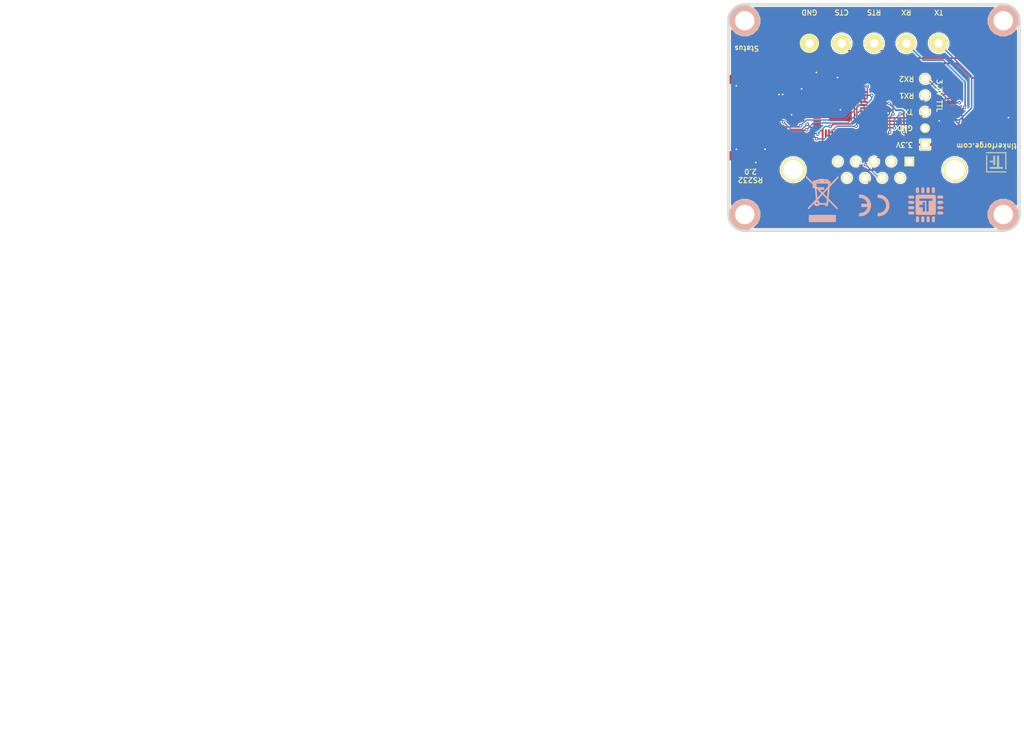
<source format=kicad_pcb>
(kicad_pcb (version 4) (host pcbnew 4.0.2+dfsg1-stable)
  (title_block (title "RS232 Bricklet 2.0") (date 2018-01-16) (rev 1.0) (company "Tinkerforge GmbH") (comment 1 "Licensed under CERN OHL v.1.1") (comment 2 "Copyright (©) 2018, L.Lauer <lukas@tinkerforge.com>"))
  (layers (0 Vorderseite signal) (31 Rückseite signal hide) (34 B.Paste user) (35 F.Paste user) (36 B.SilkS user) (37 F.SilkS user) (38 B.Mask user) (39 F.Mask user) (44 Edge.Cuts user))
  (net 0 "")
  (net 1 GND)
  (net 2 VCC)
  (net 3 "Net-(C1-Pad2)")
  (net 4 "Net-(C2-Pad2)")
  (net 5 "Net-(C7-Pad1)")
  (net 6 "Net-(C7-Pad2)")
  (net 7 "Net-(C8-Pad1)")
  (net 8 "Net-(C8-Pad2)")
  (net 9 "Net-(C10-Pad2)")
  (net 10 "Net-(C11-Pad2)")
  (net 11 "Net-(J1-Pad3)")
  (net 12 "Net-(J1-Pad4)")
  (net 13 "Net-(J1-Pad7)")
  (net 14 "Net-(J1-Pad8)")
  (net 15 "Net-(P1-Pad6)")
  (net 16 "Net-(P3-Pad5)")
  (net 17 "Net-(C5-Pad2)")
  (net 18 "Net-(D1-Pad2)")
  (net 19 "Net-(P1-Pad4)")
  (net 20 "Net-(P1-Pad5)")
  (net 21 TX)
  (net 22 RX)
  (net 23 "Net-(P4-Pad2)")
  (net 24 "Net-(R2-Pad1)")
  (net 25 S-MISO)
  (net 26 S-MOSI)
  (net 27 S-CLK)
  (net 28 S-CS)
  (net 29 nCTS)
  (net 30 nRTS)
  (net 31 "Net-(P5-Pad1)")
  (net 32 "Net-(J1-Pad2)")
  (net 33 "Net-(J1-Pad5)")
  (net 34 "Net-(J1-Pad6)")
  (net 35 "Net-(J1-Pad9)")
  (net 36 "Net-(P1-Pad1)")
  (net 37 "Net-(U1-Pad2)")
  (net 38 "Net-(U1-Pad4)")
  (net 39 "Net-(U1-Pad5)")
  (net 40 "Net-(U1-Pad6)")
  (net 41 "Net-(U1-Pad7)")
  (net 42 "Net-(U1-Pad8)")
  (net 43 "Net-(U1-Pad9)")
  (net 44 "Net-(U1-Pad10)")
  (net 45 "Net-(U1-Pad11)")
  (net 46 "Net-(U1-Pad12)")
  (net 47 "Net-(U1-Pad21)")
  (net 48 "Net-(U1-Pad22)")
  (net 49 "Net-(U1-Pad26)")
  (net 50 "Net-(U1-Pad28)")
  (net 51 "Net-(U1-Pad29)")
  (net 52 "Net-(U1-Pad30)")
  (net 53 "Net-(U1-Pad31)")
  (net 54 "Net-(U1-Pad32)")
  (net 55 "Net-(U1-Pad33)")
  (net 56 "Net-(U1-Pad34)")
  (net 57 "Net-(U1-Pad35)")
  (net 58 "Net-(U1-Pad36)")
  (net 59 "Net-(U1-Pad39)")
  (net 60 "Net-(U1-Pad40)")
  (net 61 "Net-(U1-Pad43)")
  (net 62 "Net-(U1-Pad44)")
  (net 63 "Net-(U1-Pad45)")
  (net 64 "Net-(U1-Pad46)")
  (net 65 "Net-(U1-Pad47)")
  (module kicad-libraries:C0603F (layer Vorderseite) (at 138.86 94.67 225)
    (fp_text reference C6)
    (fp_text value 100nF)
    (pad 1 smd rect (at -0.75 0 225) (size 0.9 0.9) (layers Vorderseite F.Paste F.Mask) (net 1 GND))
    (pad 2 smd rect (at 0.75 0 225) (size 0.9 0.9) (layers Vorderseite F.Paste F.Mask) (net 2 VCC))
  )
  (module kicad-libraries:CRYSTAL_3225 (layer Vorderseite) (at 135.8 98.16 90)
    (fp_text reference X1)
    (fp_text value 16MHz)
    (pad 3 smd rect (at -1.09982 -0.8001 90) (size 1.39954 1.15062) (layers Vorderseite F.Paste F.Mask) (net 1 GND))
    (pad 2 smd rect (at 1.09982 -0.8001 90) (size 1.39954 1.15062) (layers Vorderseite F.Paste F.Mask) (net 4 "Net-(C2-Pad2)"))
    (pad 1 smd rect (at -1.09982 0.8001 90) (size 1.39954 1.15062) (layers Vorderseite F.Paste F.Mask) (net 17 "Net-(C5-Pad2)"))
    (pad 3 smd rect (at 1.09982 0.8001 90) (size 1.39954 1.15062) (layers Vorderseite F.Paste F.Mask) (net 1 GND))
  )
  (module kicad-libraries:DRILL_NP (layer Vorderseite) (at 127.8 85.6)
    (fp_text reference U7 hide)
    (fp_text value DRILL hide)
    (pad "" np_thru_hole circle (at 0 0) (size 2.99974 2.99974) (drill 2.99974) (layers *.Cu *.Mask F.SilkS) (clearance 0.89916))
  )
  (module kicad-libraries:DRILL_NP (layer Vorderseite) (at 127.8 115.6 90)
    (fp_text reference U6 hide)
    (fp_text value DRILL hide)
    (pad "" np_thru_hole circle (at 0 0 90) (size 2.99974 2.99974) (drill 2.99974) (layers *.Cu *.Mask F.SilkS) (clearance 0.89916))
  )
  (module kicad-libraries:DRILL_NP (layer Vorderseite) (at 167.8 85.6)
    (fp_text reference U5 hide)
    (fp_text value DRILL hide)
    (pad "" np_thru_hole circle (at 0 0) (size 2.99974 2.99974) (drill 2.99974) (layers *.Cu *.Mask F.SilkS) (clearance 0.89916))
  )
  (module kicad-libraries:DRILL_NP (layer Vorderseite) (at 167.8 115.6 90)
    (fp_text reference U4 hide)
    (fp_text value DRILL hide)
    (pad "" np_thru_hole circle (at 0 0 90) (size 2.99974 2.99974) (drill 2.99974) (layers *.Cu *.Mask F.SilkS) (clearance 0.89916))
  )
  (module kicad-libraries:SOIC16 (layer Vorderseite) (at 162.5 98.9 90)
    (fp_text reference U3)
    (fp_text value SP3232EBCN)
    (pad 1 smd rect (at -4.44246 2.69748 270) (size 0.59944 1.4986) (layers Vorderseite F.Paste F.Mask) (net 5 "Net-(C7-Pad1)"))
    (pad 2 smd rect (at -3.17246 2.69748 270) (size 0.59944 1.4986) (layers Vorderseite F.Paste F.Mask) (net 9 "Net-(C10-Pad2)"))
    (pad 3 smd rect (at -1.90246 2.69748 270) (size 0.59944 1.4986) (layers Vorderseite F.Paste F.Mask) (net 6 "Net-(C7-Pad2)"))
    (pad 4 smd rect (at -0.63246 2.69748 270) (size 0.59944 1.4986) (layers Vorderseite F.Paste F.Mask) (net 7 "Net-(C8-Pad1)"))
    (pad 5 smd rect (at 0.63246 2.69748 270) (size 0.59944 1.4986) (layers Vorderseite F.Paste F.Mask) (net 8 "Net-(C8-Pad2)"))
    (pad 6 smd rect (at 1.90246 2.69748 270) (size 0.59944 1.4986) (layers Vorderseite F.Paste F.Mask) (net 10 "Net-(C11-Pad2)"))
    (pad 7 smd rect (at 3.17246 2.69748 270) (size 0.59944 1.4986) (layers Vorderseite F.Paste F.Mask) (net 14 "Net-(J1-Pad8)"))
    (pad 8 smd rect (at 4.44246 2.69748 270) (size 0.59944 1.4986) (layers Vorderseite F.Paste F.Mask) (net 13 "Net-(J1-Pad7)"))
    (pad 9 smd rect (at 4.44246 -2.69748 90) (size 0.59944 1.4986) (layers Vorderseite F.Paste F.Mask) (net 29 nCTS))
    (pad 10 smd rect (at 3.17246 -2.69748 90) (size 0.59944 1.4986) (layers Vorderseite F.Paste F.Mask) (net 30 nRTS))
    (pad 11 smd rect (at 1.90246 -2.69748 90) (size 0.59944 1.4986) (layers Vorderseite F.Paste F.Mask) (net 21 TX))
    (pad 12 smd rect (at 0.63246 -2.69748 90) (size 0.59944 1.4986) (layers Vorderseite F.Paste F.Mask) (net 16 "Net-(P3-Pad5)"))
    (pad 13 smd rect (at -0.63246 -2.69748 90) (size 0.59944 1.4986) (layers Vorderseite F.Paste F.Mask) (net 12 "Net-(J1-Pad4)"))
    (pad 14 smd rect (at -1.90246 -2.69748 90) (size 0.59944 1.4986) (layers Vorderseite F.Paste F.Mask) (net 11 "Net-(J1-Pad3)"))
    (pad 15 smd rect (at -3.17246 -2.69748 90) (size 0.59944 1.4986) (layers Vorderseite F.Paste F.Mask) (net 1 GND))
    (pad 16 smd rect (at -4.44246 -2.69748 90) (size 0.59944 1.4986) (layers Vorderseite F.Paste F.Mask) (net 2 VCC))
  )
  (module kicad-libraries:QFN48-EP2 (layer Vorderseite) (at 142.6 99.4)
    (fp_text reference U1)
    (fp_text value XMC1404)
    (pad 1 smd rect (at -2.74828 3.61188 180) (size 0.29972 1.14808) (layers Vorderseite F.Paste F.Mask) (net 23 "Net-(P4-Pad2)"))
    (pad 2 smd rect (at -2.2479 3.61188 180) (size 0.29972 1.14808) (layers Vorderseite F.Paste F.Mask) (net 37 "Net-(U1-Pad2)"))
    (pad 3 smd rect (at -1.74752 3.61188 180) (size 0.29972 1.14808) (layers Vorderseite F.Paste F.Mask) (net 31 "Net-(P5-Pad1)"))
    (pad 4 smd rect (at -1.24968 3.61188 180) (size 0.29972 1.14808) (layers Vorderseite F.Paste F.Mask) (net 38 "Net-(U1-Pad4)"))
    (pad 5 smd rect (at -0.7493 3.61188 180) (size 0.29972 1.14808) (layers Vorderseite F.Paste F.Mask) (net 39 "Net-(U1-Pad5)"))
    (pad 6 smd rect (at -0.24892 3.61188 180) (size 0.29972 1.14808) (layers Vorderseite F.Paste F.Mask) (net 40 "Net-(U1-Pad6)"))
    (pad 7 smd rect (at 0.24892 3.61188 180) (size 0.29972 1.14808) (layers Vorderseite F.Paste F.Mask) (net 41 "Net-(U1-Pad7)"))
    (pad 8 smd rect (at 0.7493 3.61188 180) (size 0.29972 1.14808) (layers Vorderseite F.Paste F.Mask) (net 42 "Net-(U1-Pad8)"))
    (pad 9 smd rect (at 1.24968 3.61188 180) (size 0.29972 1.14808) (layers Vorderseite F.Paste F.Mask) (net 43 "Net-(U1-Pad9)"))
    (pad 10 smd rect (at 1.74752 3.61188 180) (size 0.29972 1.14808) (layers Vorderseite F.Paste F.Mask) (net 44 "Net-(U1-Pad10)"))
    (pad 11 smd rect (at 2.2479 3.61188 180) (size 0.29972 1.14808) (layers Vorderseite F.Paste F.Mask) (net 45 "Net-(U1-Pad11)"))
    (pad 12 smd rect (at 2.74828 3.61188 180) (size 0.29972 1.14808) (layers Vorderseite F.Paste F.Mask) (net 46 "Net-(U1-Pad12)"))
    (pad 13 smd rect (at 3.61188 2.74828 270) (size 0.29972 1.14808) (layers Vorderseite F.Paste F.Mask) (net 29 nCTS))
    (pad 14 smd rect (at 3.61188 2.2479 270) (size 0.29972 1.14808) (layers Vorderseite F.Paste F.Mask) (net 30 nRTS))
    (pad 15 smd rect (at 3.61188 1.74752 270) (size 0.29972 1.14808) (layers Vorderseite F.Paste F.Mask) (net 21 TX))
    (pad 16 smd rect (at 3.61188 1.24968 270) (size 0.29972 1.14808) (layers Vorderseite F.Paste F.Mask) (net 22 RX))
    (pad 17 smd rect (at 3.61188 0.7493 270) (size 0.29972 1.14808) (layers Vorderseite F.Paste F.Mask) (net 1 GND))
    (pad 18 smd rect (at 3.61188 0.24892 270) (size 0.29972 1.14808) (layers Vorderseite F.Paste F.Mask) (net 2 VCC))
    (pad 19 smd rect (at 3.61188 -0.24892 270) (size 0.29972 1.14808) (layers Vorderseite F.Paste F.Mask) (net 2 VCC))
    (pad 20 smd rect (at 3.61188 -0.7493 270) (size 0.29972 1.14808) (layers Vorderseite F.Paste F.Mask) (net 25 S-MISO))
    (pad 21 smd rect (at 3.61188 -1.24968 270) (size 0.29972 1.14808) (layers Vorderseite F.Paste F.Mask) (net 47 "Net-(U1-Pad21)"))
    (pad 22 smd rect (at 3.61188 -1.74752 270) (size 0.29972 1.14808) (layers Vorderseite F.Paste F.Mask) (net 48 "Net-(U1-Pad22)"))
    (pad 23 smd rect (at 3.61188 -2.2479 270) (size 0.29972 1.14808) (layers Vorderseite F.Paste F.Mask) (net 27 S-CLK))
    (pad 24 smd rect (at 3.61188 -2.74828 270) (size 0.29972 1.14808) (layers Vorderseite F.Paste F.Mask) (net 26 S-MOSI))
    (pad 25 smd rect (at 2.74828 -3.61188) (size 0.29972 1.14808) (layers Vorderseite F.Paste F.Mask) (net 28 S-CS))
    (pad 26 smd rect (at 2.2479 -3.61188) (size 0.29972 1.14808) (layers Vorderseite F.Paste F.Mask) (net 49 "Net-(U1-Pad26)"))
    (pad 27 smd rect (at 1.74752 -3.61188) (size 0.29972 1.14808) (layers Vorderseite F.Paste F.Mask) (net 2 VCC))
    (pad 28 smd rect (at 1.24968 -3.61188) (size 0.29972 1.14808) (layers Vorderseite F.Paste F.Mask) (net 50 "Net-(U1-Pad28)"))
    (pad 29 smd rect (at 0.7493 -3.61188) (size 0.29972 1.14808) (layers Vorderseite F.Paste F.Mask) (net 51 "Net-(U1-Pad29)"))
    (pad 30 smd rect (at 0.24892 -3.61188) (size 0.29972 1.14808) (layers Vorderseite F.Paste F.Mask) (net 52 "Net-(U1-Pad30)"))
    (pad 31 smd rect (at -0.24892 -3.61188) (size 0.29972 1.14808) (layers Vorderseite F.Paste F.Mask) (net 53 "Net-(U1-Pad31)"))
    (pad 32 smd rect (at -0.7493 -3.61188) (size 0.29972 1.14808) (layers Vorderseite F.Paste F.Mask) (net 54 "Net-(U1-Pad32)"))
    (pad 33 smd rect (at -1.24968 -3.61188) (size 0.29972 1.14808) (layers Vorderseite F.Paste F.Mask) (net 55 "Net-(U1-Pad33)"))
    (pad 34 smd rect (at -1.74752 -3.61188) (size 0.29972 1.14808) (layers Vorderseite F.Paste F.Mask) (net 56 "Net-(U1-Pad34)"))
    (pad 35 smd rect (at -2.2479 -3.61188) (size 0.29972 1.14808) (layers Vorderseite F.Paste F.Mask) (net 57 "Net-(U1-Pad35)"))
    (pad 36 smd rect (at -2.74828 -3.61188) (size 0.29972 1.14808) (layers Vorderseite F.Paste F.Mask) (net 58 "Net-(U1-Pad36)"))
    (pad 37 smd rect (at -3.60934 -2.74828 90) (size 0.29972 1.15062) (layers Vorderseite F.Paste F.Mask) (net 1 GND))
    (pad 38 smd rect (at -3.61188 -2.2479 90) (size 0.29972 1.14808) (layers Vorderseite F.Paste F.Mask) (net 2 VCC))
    (pad 39 smd rect (at -3.61188 -1.74752 90) (size 0.29972 1.14808) (layers Vorderseite F.Paste F.Mask) (net 59 "Net-(U1-Pad39)"))
    (pad 40 smd rect (at -3.61188 -1.24968 90) (size 0.29972 1.14808) (layers Vorderseite F.Paste F.Mask) (net 60 "Net-(U1-Pad40)"))
    (pad 41 smd rect (at -3.61188 -0.7493 90) (size 0.29972 1.14808) (layers Vorderseite F.Paste F.Mask) (net 4 "Net-(C2-Pad2)"))
    (pad 42 smd rect (at -3.61188 -0.24892 90) (size 0.29972 1.14808) (layers Vorderseite F.Paste F.Mask) (net 17 "Net-(C5-Pad2)"))
    (pad 43 smd rect (at -3.61188 0.24892 90) (size 0.29972 1.14808) (layers Vorderseite F.Paste F.Mask) (net 61 "Net-(U1-Pad43)"))
    (pad 44 smd rect (at -3.61188 0.7493 90) (size 0.29972 1.14808) (layers Vorderseite F.Paste F.Mask) (net 62 "Net-(U1-Pad44)"))
    (pad 45 smd rect (at -3.61188 1.24968 90) (size 0.29972 1.14808) (layers Vorderseite F.Paste F.Mask) (net 63 "Net-(U1-Pad45)"))
    (pad 46 smd rect (at -3.61188 1.74752 90) (size 0.29972 1.14808) (layers Vorderseite F.Paste F.Mask) (net 64 "Net-(U1-Pad46)"))
    (pad 47 smd rect (at -3.61188 2.2479 90) (size 0.29972 1.14808) (layers Vorderseite F.Paste F.Mask) (net 65 "Net-(U1-Pad47)"))
    (pad 48 smd rect (at -3.61188 2.74828 90) (size 0.29972 1.14808) (layers Vorderseite F.Paste F.Mask) (net 24 "Net-(R2-Pad1)"))
    (pad EP smd rect (at 0 0) (size 3.5 3.5) (layers Vorderseite F.Paste F.Mask) (net 1 GND))
  )
  (module kicad-libraries:4X0402 (layer Vorderseite) (at 132.8 102.8 270)
    (fp_text reference RP1)
    (fp_text value 82)
    (pad 1 smd rect (at -0.7493 0.575 90) (size 0.29972 0.65) (layers Vorderseite F.Paste F.Mask) (net 19 "Net-(P1-Pad4)"))
    (pad 2 smd rect (at -0.24892 0.575 90) (size 0.29972 0.65) (layers Vorderseite F.Paste F.Mask) (net 20 "Net-(P1-Pad5)"))
    (pad 3 smd rect (at 0.24892 0.575 90) (size 0.29972 0.65) (layers Vorderseite F.Paste F.Mask) (net 15 "Net-(P1-Pad6)"))
    (pad 4 smd rect (at 0.7493 0.575 90) (size 0.29972 0.65) (layers Vorderseite F.Paste F.Mask) (net 3 "Net-(C1-Pad2)"))
    (pad 5 smd rect (at 0.7493 -0.575 270) (size 0.29972 0.65) (layers Vorderseite F.Paste F.Mask) (net 25 S-MISO))
    (pad 6 smd rect (at 0.24892 -0.575 270) (size 0.29972 0.65) (layers Vorderseite F.Paste F.Mask) (net 26 S-MOSI))
    (pad 7 smd rect (at -0.24892 -0.575 270) (size 0.29972 0.65) (layers Vorderseite F.Paste F.Mask) (net 27 S-CLK))
    (pad 8 smd rect (at -0.7493 -0.575 270) (size 0.29972 0.65) (layers Vorderseite F.Paste F.Mask) (net 28 S-CS))
  )
  (module kicad-libraries:SolderJumper (layer Vorderseite) (at 130.48 107.55)
    (fp_text reference P4)
    (fp_text value BOOT)
    (pad 2 smd rect (at 0.55 0) (size 0.3 1.4) (layers Vorderseite F.Mask) (net 23 "Net-(P4-Pad2)"))
    (pad 2 smd rect (at 0.15 0) (size 0.6 0.5) (layers Vorderseite F.Mask) (net 23 "Net-(P4-Pad2)"))
    (pad 1 smd rect (at -0.5 0) (size 0.4 1.4) (layers Vorderseite F.Mask) (net 1 GND))
    (pad 1 smd rect (at -0.225 0.55) (size 0.95 0.3) (layers Vorderseite F.Mask) (net 1 GND))
    (pad 1 smd rect (at -0.225 -0.55) (size 0.95 0.3) (layers Vorderseite F.Mask) (net 1 GND))
  )
  (module kicad-libraries:AKL_5_5 (layer Vorderseite) (at 147.8 89.1)
    (fp_text reference P2)
    (fp_text value CONN_5)
    (pad 2 thru_hole circle (at -5 0) (size 2.99974 2.99974) (drill 1.30048) (layers *.Cu *.Mask F.SilkS) (net 13 "Net-(J1-Pad7)"))
    (pad 3 thru_hole circle (at 0 0) (size 2.99974 2.99974) (drill 1.30048) (layers *.Cu *.Mask F.SilkS) (net 14 "Net-(J1-Pad8)"))
    (pad 4 thru_hole circle (at 5 0) (size 2.99974 2.99974) (drill 1.30048) (layers *.Cu *.Mask F.SilkS) (net 12 "Net-(J1-Pad4)"))
    (pad 5 thru_hole circle (at 10 0) (size 2.99974 2.99974) (drill 1.30048) (layers *.Cu *.Mask F.SilkS) (net 11 "Net-(J1-Pad3)"))
    (pad 1 thru_hole circle (at -10 0) (size 2.99974 2.99974) (drill 1.30048) (layers *.Cu *.Mask F.SilkS) (net 1 GND))
  )
  (module kicad-libraries:CON-SENSOR2 (layer Vorderseite) (at 125.3 100.6 270)
    (fp_text reference P1)
    (fp_text value CON-SENSOR)
    (pad 1 smd rect (at -3.75 -4.6 270) (size 0.6 1.8) (layers Vorderseite F.Paste F.Mask) (net 36 "Net-(P1-Pad1)"))
    (pad 2 smd rect (at -2.5 -4.6 270) (size 0.6 1.8) (layers Vorderseite F.Paste F.Mask) (net 1 GND))
    (pad EP smd rect (at -5.9 -1.2 270) (size 1.4 2.4) (layers Vorderseite F.Paste F.Mask) (net 1 GND))
    (pad EP smd rect (at 5.9 -1.2 270) (size 1.4 2.4) (layers Vorderseite F.Paste F.Mask) (net 1 GND))
    (pad 3 smd rect (at -1.25 -4.6 270) (size 0.6 1.8) (layers Vorderseite F.Paste F.Mask) (net 2 VCC))
    (pad 4 smd rect (at 0 -4.6 270) (size 0.6 1.8) (layers Vorderseite F.Paste F.Mask) (net 19 "Net-(P1-Pad4)"))
    (pad 5 smd rect (at 1.25 -4.6 270) (size 0.6 1.8) (layers Vorderseite F.Paste F.Mask) (net 20 "Net-(P1-Pad5)"))
    (pad 6 smd rect (at 2.5 -4.6 270) (size 0.6 1.8) (layers Vorderseite F.Paste F.Mask) (net 15 "Net-(P1-Pad6)"))
    (pad 7 smd rect (at 3.75 -4.6 270) (size 0.6 1.8) (layers Vorderseite F.Paste F.Mask) (net 3 "Net-(C1-Pad2)"))
  )
  (module kicad-libraries:D0603F (layer Vorderseite) (at 128.1 91.2 180)
    (fp_text reference D1)
    (fp_text value blue)
    (pad 1 smd rect (at -0.75 0 180) (size 0.9 0.9) (layers Vorderseite F.Paste F.Mask) (net 2 VCC))
    (pad 2 smd rect (at 0.75 0 180) (size 0.9 0.9) (layers Vorderseite F.Paste F.Mask) (net 18 "Net-(D1-Pad2)"))
  )
  (module kicad-libraries:C0603F (layer Vorderseite) (at 147.93 99.15 90)
    (fp_text reference C14)
    (fp_text value 220nF)
    (pad 1 smd rect (at -0.75 0 90) (size 0.9 0.9) (layers Vorderseite F.Paste F.Mask) (net 1 GND))
    (pad 2 smd rect (at 0.75 0 90) (size 0.9 0.9) (layers Vorderseite F.Paste F.Mask) (net 2 VCC))
  )
  (module kicad-libraries:C0603F (layer Vorderseite) (at 149.25 99.15 90)
    (fp_text reference C13)
    (fp_text value 100nF)
    (pad 1 smd rect (at -0.75 0 90) (size 0.9 0.9) (layers Vorderseite F.Paste F.Mask) (net 1 GND))
    (pad 2 smd rect (at 0.75 0 90) (size 0.9 0.9) (layers Vorderseite F.Paste F.Mask) (net 2 VCC))
  )
  (module kicad-libraries:C0603F (layer Vorderseite) (at 143.64 94.38)
    (fp_text reference C12)
    (fp_text value 100nF)
    (pad 1 smd rect (at -0.75 0) (size 0.9 0.9) (layers Vorderseite F.Paste F.Mask) (net 1 GND))
    (pad 2 smd rect (at 0.75 0) (size 0.9 0.9) (layers Vorderseite F.Paste F.Mask) (net 2 VCC))
  )
  (module kicad-libraries:C0603F (layer Vorderseite) (at 168.6 98.9 90)
    (fp_text reference C11)
    (fp_text value 100nF)
    (pad 1 smd rect (at -0.75 0 90) (size 0.9 0.9) (layers Vorderseite F.Paste F.Mask) (net 1 GND))
    (pad 2 smd rect (at 0.75 0 90) (size 0.9 0.9) (layers Vorderseite F.Paste F.Mask) (net 10 "Net-(C11-Pad2)"))
  )
  (module kicad-libraries:C0603F (layer Vorderseite) (at 168.6 102.2 270)
    (fp_text reference C10)
    (fp_text value 100nF)
    (pad 1 smd rect (at -0.75 0 270) (size 0.9 0.9) (layers Vorderseite F.Paste F.Mask) (net 1 GND))
    (pad 2 smd rect (at 0.75 0 270) (size 0.9 0.9) (layers Vorderseite F.Paste F.Mask) (net 9 "Net-(C10-Pad2)"))
  )
  (module kicad-libraries:C0603F (layer Vorderseite) (at 157.9 102.7 270)
    (fp_text reference C9)
    (fp_text value 100nF)
    (pad 1 smd rect (at -0.75 0 270) (size 0.9 0.9) (layers Vorderseite F.Paste F.Mask) (net 1 GND))
    (pad 2 smd rect (at 0.75 0 270) (size 0.9 0.9) (layers Vorderseite F.Paste F.Mask) (net 2 VCC))
  )
  (module kicad-libraries:C0603F (layer Vorderseite) (at 167.3 98.9 90)
    (fp_text reference C8)
    (fp_text value 100nF)
    (pad 1 smd rect (at -0.75 0 90) (size 0.9 0.9) (layers Vorderseite F.Paste F.Mask) (net 7 "Net-(C8-Pad1)"))
    (pad 2 smd rect (at 0.75 0 90) (size 0.9 0.9) (layers Vorderseite F.Paste F.Mask) (net 8 "Net-(C8-Pad2)"))
  )
  (module kicad-libraries:C0603F (layer Vorderseite) (at 167.3 102.2 90)
    (fp_text reference C7)
    (fp_text value 100nF)
    (pad 1 smd rect (at -0.75 0 90) (size 0.9 0.9) (layers Vorderseite F.Paste F.Mask) (net 5 "Net-(C7-Pad1)"))
    (pad 2 smd rect (at 0.75 0 90) (size 0.9 0.9) (layers Vorderseite F.Paste F.Mask) (net 6 "Net-(C7-Pad2)"))
  )
  (module kicad-libraries:CE_5mm (layer Rückseite) (at 147.8 114.2 180)
    (fp_text reference VAL hide)
    (fp_text value CE_5mm hide)
  )
  (module kicad-libraries:WEEE_7mm (layer Rückseite) (at 139.8 113.2 180)
    (fp_text reference VAL hide)
    (fp_text value WEEE_7mm hide)
  )
  (module kicad-libraries:Fiducial_Mark (layer Vorderseite) (at 162.8 85.6)
    (fp_text reference Fiducial_Mark hide)
    (fp_text value VAL** hide)
    (pad 1 smd circle (at 0 0) (size 1.00076 1.00076) (layers Vorderseite F.Paste F.Mask) (clearance 0.65024))
  )
  (module kicad-libraries:Fiducial_Mark (layer Vorderseite) (at 167.8 110.6)
    (fp_text reference Fiducial_Mark hide)
    (fp_text value VAL** hide)
    (pad 1 smd circle (at 0 0) (size 1.00076 1.00076) (layers Vorderseite F.Paste F.Mask) (clearance 0.65024))
  )
  (module kicad-libraries:Fiducial_Mark (layer Vorderseite) (at 132.8 85.6)
    (fp_text reference Fiducial_Mark hide)
    (fp_text value VAL** hide)
    (pad 1 smd circle (at 0 0) (size 1.00076 1.00076) (layers Vorderseite F.Paste F.Mask) (clearance 0.65024))
  )
  (module kicad-libraries:Logo_31x31 (layer Vorderseite) (at 168.3 109.1 180)
    (fp_text reference G*** hide)
    (fp_text value Logo_31x31 hide)
  )
  (module kicad-libraries:SUB09-EU (layer Vorderseite) (at 147.8 107.4 180)
    (fp_text reference J1)
    (fp_text value DB9)
    (pad "" thru_hole circle (at 12.49934 -1.27 180) (size 3.81 3.81) (drill 3.048) (layers *.Cu *.Mask F.SilkS))
    (pad "" thru_hole circle (at -12.49934 -1.27 180) (size 3.81 3.81) (drill 3.048) (layers *.Cu *.Mask F.SilkS))
    (pad 1 thru_hole rect (at -5.461 0 180) (size 1.524 1.524) (drill 1.016) (layers *.Cu *.Mask F.SilkS) (net 1 GND))
    (pad 2 thru_hole circle (at -2.667 0 180) (size 1.524 1.524) (drill 1.016) (layers *.Cu *.Mask F.SilkS) (net 32 "Net-(J1-Pad2)"))
    (pad 3 thru_hole circle (at 0 0 180) (size 1.524 1.524) (drill 1.016) (layers *.Cu *.Mask F.SilkS) (net 11 "Net-(J1-Pad3)"))
    (pad 4 thru_hole circle (at 2.794 0 180) (size 1.524 1.524) (drill 1.016) (layers *.Cu *.Mask F.SilkS) (net 12 "Net-(J1-Pad4)"))
    (pad 5 thru_hole circle (at 5.588 0 180) (size 1.524 1.524) (drill 1.016) (layers *.Cu *.Mask F.SilkS) (net 33 "Net-(J1-Pad5)"))
    (pad 6 thru_hole circle (at -4.064 -2.54 180) (size 1.524 1.524) (drill 1.016) (layers *.Cu *.Mask F.SilkS) (net 34 "Net-(J1-Pad6)"))
    (pad 7 thru_hole circle (at -1.27 -2.54 180) (size 1.524 1.524) (drill 1.016) (layers *.Cu *.Mask F.SilkS) (net 13 "Net-(J1-Pad7)"))
    (pad 8 thru_hole circle (at 1.397 -2.54 180) (size 1.524 1.524) (drill 1.016) (layers *.Cu *.Mask F.SilkS) (net 14 "Net-(J1-Pad8)"))
    (pad 9 thru_hole circle (at 4.191 -2.54 180) (size 1.524 1.524) (drill 1.016) (layers *.Cu *.Mask F.SilkS) (net 35 "Net-(J1-Pad9)"))
  )
  (module kicad-libraries:pin_array_5x1 (layer Vorderseite) (at 155.7 99.7 90)
    (fp_text reference P3)
    (fp_text value CONN_5 hide)
    (pad 1 thru_hole rect (at -5.08 0 90) (size 1.524 1.524) (drill 1.016) (layers *.Cu *.Mask F.SilkS) (net 2 VCC))
    (pad 2 thru_hole circle (at -2.54 0 90) (size 1.524 1.524) (drill 1.016) (layers *.Cu *.Mask F.SilkS) (net 1 GND))
    (pad 3 thru_hole circle (at 0 0 90) (size 1.524 1.524) (drill 1.016) (layers *.Cu *.Mask F.SilkS) (net 21 TX))
    (pad 4 thru_hole circle (at 2.54 0 90) (size 1.524 1.524) (drill 1.016) (layers *.Cu *.Mask F.SilkS) (net 22 RX))
    (pad 5 thru_hole circle (at 5.08 0 90) (size 1.524 1.524) (drill 1.016) (layers *.Cu *.Mask F.SilkS) (net 16 "Net-(P3-Pad5)"))
  )
  (module kicad-libraries:C0603F (layer Vorderseite) (at 135.8 95.49 180)
    (fp_text reference C2)
    (fp_text value 10pF)
    (pad 1 smd rect (at -0.75 0 180) (size 0.9 0.9) (layers Vorderseite F.Paste F.Mask) (net 1 GND))
    (pad 2 smd rect (at 0.75 0 180) (size 0.9 0.9) (layers Vorderseite F.Paste F.Mask) (net 4 "Net-(C2-Pad2)"))
  )
  (module kicad-libraries:C0805 (layer Vorderseite) (at 131.83 95.75 90)
    (fp_text reference C3)
    (fp_text value 10uF)
    (pad 1 smd rect (at -1.00076 0 90) (size 1.00076 1.24968) (layers Vorderseite F.Paste F.Mask) (net 1 GND) (clearance 0.14986))
    (pad 2 smd rect (at 1.00076 0 90) (size 1.00076 1.24968) (layers Vorderseite F.Paste F.Mask) (net 2 VCC) (clearance 0.14986))
  )
  (module kicad-libraries:C0603F (layer Vorderseite) (at 133.37 95.54 90)
    (fp_text reference C4)
    (fp_text value 1uF)
    (pad 1 smd rect (at -0.75 0 90) (size 0.9 0.9) (layers Vorderseite F.Paste F.Mask) (net 1 GND))
    (pad 2 smd rect (at 0.75 0 90) (size 0.9 0.9) (layers Vorderseite F.Paste F.Mask) (net 2 VCC))
  )
  (module kicad-libraries:C0603F (layer Vorderseite) (at 135.8 100.78)
    (fp_text reference C5)
    (fp_text value 10pF)
    (pad 1 smd rect (at -0.75 0) (size 0.9 0.9) (layers Vorderseite F.Paste F.Mask) (net 1 GND))
    (pad 2 smd rect (at 0.75 0) (size 0.9 0.9) (layers Vorderseite F.Paste F.Mask) (net 17 "Net-(C5-Pad2)"))
  )
  (module kicad-libraries:R0603F (layer Vorderseite) (at 128.1 92.6 180)
    (fp_text reference R2)
    (fp_text value 1k)
    (pad 1 smd rect (at -0.75 0 180) (size 0.9 0.9) (layers Vorderseite F.Paste F.Mask) (net 24 "Net-(R2-Pad1)"))
    (pad 2 smd rect (at 0.75 0 180) (size 0.9 0.9) (layers Vorderseite F.Paste F.Mask) (net 18 "Net-(D1-Pad2)"))
  )
  (module kicad-libraries:Logo_CoMCU (layer Rückseite) (at 155.8 114.1 180)
    (fp_text reference G*** hide)
    (fp_text value LOGO hide)
  )
  (module kicad-libraries:DEBUG_PAD (layer Vorderseite) (at 141.4 105)
    (fp_text reference P5)
    (fp_text value BOOT)
    (pad 1 smd circle (at 0 0) (size 0.7 0.7) (layers Vorderseite F.Paste F.Mask) (net 31 "Net-(P5-Pad1)"))
  )
  (module kicad-libraries:C0402F (layer Vorderseite) (at 131.6 105 90)
    (fp_text reference C1)
    (fp_text value 220pF)
    (pad 2 smd rect (at 0.5 0 90) (size 0.6 0.7) (layers Vorderseite F.Paste F.Mask) (net 3 "Net-(C1-Pad2)"))
    (pad 1 smd rect (at -0.5 0 90) (size 0.6 0.7) (layers Vorderseite F.Paste F.Mask) (net 1 GND))
  )
  (gr_text Status (at 128.1 89.9 180) (layer F.SilkS) (effects (font (size 0.8 0.8))))
  (gr_text 3.3V (at 153.9 104.8 180) (layer F.SilkS) (effects (font (size 0.8 0.8)) (justify left)))
  (gr_text "3.3V TTL" (at 157.9 97.2 270) (layer F.SilkS) (effects (font (size 0.8 0.8))))
  (gr_text RX2 (at 154.1 94.6 180) (layer F.SilkS) (effects (font (size 0.8 0.8)) (justify left)))
  (gr_text RX1 (at 154.1 97.2 180) (layer F.SilkS) (effects (font (size 0.8 0.8)) (justify left)))
  (gr_text TX (at 153.9 99.7 180) (layer F.SilkS) (effects (font (size 0.8 0.8)) (justify left)))
  (gr_text GND (at 153.9 102.2 180) (layer F.SilkS) (effects (font (size 0.8 0.8)) (justify left)))
  (gr_text TX (at 157.8 84.3 180) (layer F.SilkS) (effects (font (size 0.8 0.8))))
  (gr_text RX (at 152.8 84.3 180) (layer F.SilkS) (effects (font (size 0.8 0.8))))
  (gr_text RTS (at 147.8 84.3 180) (layer F.SilkS) (effects (font (size 0.8 0.8))))
  (gr_text CTS (at 142.8 84.3 180) (layer F.SilkS) (effects (font (size 0.8 0.8))))
  (gr_text GND (at 137.8 84.3 180) (layer F.SilkS) (effects (font (size 0.8 0.8))))
  (gr_line (start 170.3 85.6) (end 170.3 115.6) (angle 90) (layer Edge.Cuts) (width 0.381))
  (gr_line (start 127.8 83.1) (end 167.8 83.1) (angle 90) (layer Edge.Cuts) (width 0.381))
  (gr_line (start 125.3 115.6) (end 125.3 85.6) (angle 90) (layer Edge.Cuts) (width 0.381))
  (gr_line (start 167.8 118.1) (end 127.8 118.1) (angle 90) (layer Edge.Cuts) (width 0.381))
  (gr_arc (start 167.8 115.6) (end 170.3 115.6) (angle 90) (layer Edge.Cuts) (width 0.381))
  (gr_arc (start 167.8 85.6) (end 167.8 83.1) (angle 90) (layer Edge.Cuts) (width 0.381))
  (gr_arc (start 127.8 85.6) (end 125.3 85.6) (angle 90) (layer Edge.Cuts) (width 0.381))
  (gr_arc (start 127.8 115.6) (end 127.8 118.1) (angle 90) (layer Edge.Cuts) (width 0.381))
  (gr_text tinkerforge.com (at 165.2 105 180) (layer F.SilkS) (effects (font (size 0.8001 0.8001) (thickness 0.14986))))
  (gr_text "RS232\n2.0" (at 128.7 109.6 180) (layer F.SilkS) (effects (font (size 0.8001 0.8001) (thickness 0.14986))))
  (segment (start 131.6 105.5) (end 130.95 105.5) (width 0.55) (layer Vorderseite) (net 1))
  (via (at 130.95 105.5) (size 0.55) (drill 0.25) (layers Vorderseite Rückseite) (net 1))
  (via (at 142.6 99.4) (size 0.70104) (drill 0.24892) (layers Vorderseite Rückseite) (net 1))
  (segment (start 168.6 101.45) (end 168.6 100.6) (width 0.2) (layer Vorderseite) (net 1))
  (via (at 168.6 100.6) (size 0.55) (drill 0.25) (layers Vorderseite Rückseite) (net 1))
  (segment (start 129.98 107.55) (end 129.98 107.08) (width 0.2) (layer Vorderseite) (net 1))
  (segment (start 129.98 107.08) (end 130.05 107.01) (width 0.2) (layer Vorderseite) (net 1))
  (segment (start 130.05 107.01) (end 130.36 107.01) (width 0.2) (layer Vorderseite) (net 1))
  (segment (start 130.36 107.01) (end 130.255 107) (width 0.2) (layer Vorderseite) (net 1))
  (segment (start 130.255 108.1) (end 130.15 108.1) (width 0.2) (layer Vorderseite) (net 1))
  (segment (start 130.15 108.1) (end 130 107.95) (width 0.2) (layer Vorderseite) (net 1))
  (segment (start 130 107.95) (end 130 107.54) (width 0.2) (layer Vorderseite) (net 1))
  (segment (start 130 107.54) (end 129.98 107.55) (width 0.2) (layer Vorderseite) (net 1))
  (segment (start 129.98 107.55) (end 129.5 107.55) (width 0.2) (layer Vorderseite) (net 1))
  (via (at 129.5 107.55) (size 0.55) (drill 0.25) (layers Vorderseite Rückseite) (net 1))
  (segment (start 149.25 99.9) (end 149.98 99.9) (width 0.55) (layer Vorderseite) (net 1))
  (via (at 149.98 99.9) (size 0.55) (drill 0.25) (layers Vorderseite Rückseite) (net 1))
  (segment (start 146.21188 100.1493) (end 147.0607 100.1493) (width 0.3) (layer Vorderseite) (net 1))
  (segment (start 147.31 99.9) (end 147.93 99.9) (width 0.3) (layer Vorderseite) (net 1))
  (segment (start 147.0607 100.1493) (end 147.31 99.9) (width 0.3) (layer Vorderseite) (net 1))
  (segment (start 147.93 99.9) (end 149.25 99.9) (width 0.55) (layer Vorderseite) (net 1))
  (segment (start 147.6807 100.1493) (end 147.93 99.9) (width 0.2) (layer Vorderseite) (net 1))
  (segment (start 142.89 94.38) (end 142.16 94.38) (width 0.55) (layer Vorderseite) (net 1))
  (via (at 142.16 94.38) (size 0.55) (drill 0.25) (layers Vorderseite Rückseite) (net 1))
  (segment (start 133.37 96.29) (end 133.37 96.73) (width 0.55) (layer Vorderseite) (net 1))
  (segment (start 133.37 96.73) (end 133.66 97.02) (width 0.55) (layer Vorderseite) (net 1))
  (via (at 133.66 97.02) (size 0.55) (drill 0.25) (layers Vorderseite Rückseite) (net 1))
  (segment (start 133.37 96.29) (end 133.37 96.75) (width 0.55) (layer Vorderseite) (net 1))
  (via (at 133.1 97.02) (size 0.55) (drill 0.25) (layers Vorderseite Rückseite) (net 1))
  (segment (start 133.37 96.75) (end 133.1 97.02) (width 0.55) (layer Vorderseite) (net 1))
  (segment (start 131.83 96.75076) (end 132.35924 96.75076) (width 0.55) (layer Vorderseite) (net 1))
  (segment (start 132.35924 96.75076) (end 132.82 96.29) (width 0.55) (layer Vorderseite) (net 1))
  (segment (start 132.82 96.29) (end 133.37 96.29) (width 0.55) (layer Vorderseite) (net 1))
  (segment (start 129.9 98.1) (end 131.21 98.1) (width 0.55) (layer Vorderseite) (net 1))
  (segment (start 131.83 97.48) (end 131.83 96.75076) (width 0.55) (layer Vorderseite) (net 1))
  (segment (start 131.21 98.1) (end 131.83 97.48) (width 0.55) (layer Vorderseite) (net 1))
  (segment (start 126.5 94.7) (end 126.5 95.68) (width 0.55) (layer Vorderseite) (net 1))
  (via (at 126.5 95.68) (size 0.55) (drill 0.25) (layers Vorderseite Rückseite) (net 1))
  (segment (start 126.5 106.5) (end 126.5 105.52) (width 0.55) (layer Vorderseite) (net 1))
  (via (at 126.5 105.52) (size 0.55) (drill 0.25) (layers Vorderseite Rückseite) (net 1))
  (segment (start 139.39033 94.13967) (end 139.39033 94.11033) (width 0.55) (layer Vorderseite) (net 1))
  (segment (start 139.39033 94.11033) (end 138.89 93.61) (width 0.55) (layer Vorderseite) (net 1))
  (via (at 138.89 93.61) (size 0.55) (drill 0.25) (layers Vorderseite Rückseite) (net 1))
  (via (at 136.6001 96.14) (size 0.55) (drill 0.25) (layers Vorderseite Rückseite) (net 1))
  (segment (start 136.6001 96.14) (end 136.6 96.14) (width 0.55) (layer Rückseite) (net 1))
  (segment (start 136.6001 97.06018) (end 136.6001 96.14) (width 0.55) (layer Vorderseite) (net 1))
  (segment (start 136.6001 96.14) (end 136.6001 95.5401) (width 0.55) (layer Vorderseite) (net 1))
  (segment (start 136.6001 95.5401) (end 136.55 95.49) (width 0.55) (layer Vorderseite) (net 1))
  (segment (start 135.05 100.78) (end 135.05 100.15) (width 0.55) (layer Vorderseite) (net 1))
  (via (at 135.05 100.15) (size 0.55) (drill 0.25) (layers Vorderseite Rückseite) (net 1))
  (segment (start 135.05 100.78) (end 135.05 99.30992) (width 0.55) (layer Vorderseite) (net 1))
  (segment (start 135.05 99.30992) (end 134.9999 99.25982) (width 0.55) (layer Vorderseite) (net 1))
  (segment (start 134.9999 100.7299) (end 135.05 100.78) (width 0.2) (layer Vorderseite) (net 1))
  (segment (start 136.6001 95.5401) (end 136.55 95.49) (width 0.2) (layer Vorderseite) (net 1))
  (segment (start 138.99066 96.65172) (end 138.99066 95.79934) (width 0.2) (layer Vorderseite) (net 1))
  (segment (start 139.1 94.92) (end 139.1 94.43) (width 0.2) (layer Vorderseite) (net 1))
  (segment (start 139.29 95.11) (end 139.1 94.92) (width 0.2) (layer Vorderseite) (net 1))
  (segment (start 139.29 95.5) (end 139.29 95.11) (width 0.2) (layer Vorderseite) (net 1))
  (segment (start 138.99066 95.79934) (end 139.29 95.5) (width 0.2) (layer Vorderseite) (net 1))
  (segment (start 139.1 94.43) (end 139.39033 94.13967) (width 0.2) (layer Vorderseite) (net 1))
  (segment (start 168.6 100.6) (end 168.6 101.3999) (width 0.59944) (layer Vorderseite) (net 1))
  (segment (start 168.6 99.7001) (end 168.6 100.6) (width 0.59944) (layer Vorderseite) (net 1))
  (segment (start 158.72754 102.07246) (end 158.55498 101.8999) (width 0.5) (layer Vorderseite) (net 1))
  (segment (start 158.55498 101.8999) (end 157.9 101.8999) (width 0.5) (layer Vorderseite) (net 1))
  (segment (start 159.80252 102.07246) (end 158.72754 102.07246) (width 0.5) (layer Vorderseite) (net 1))
  (segment (start 157.9 101.8999) (end 157.9 101.1) (width 0.5) (layer Vorderseite) (net 1))
  (via (at 157.9 101.1) (size 0.55) (drill 0.25) (layers Vorderseite Rückseite) (net 1))
  (segment (start 156.84 101.1) (end 155.7 102.24) (width 0.25) (layer Rückseite) (net 1))
  (segment (start 157.9 101.1) (end 156.84 101.1) (width 0.25) (layer Rückseite) (net 1))
  (segment (start 154.04 103.9) (end 155.7 102.24) (width 0.25) (layer Rückseite) (net 1))
  (segment (start 153.261 104.679) (end 154.04 103.9) (width 0.25) (layer Rückseite) (net 1))
  (segment (start 153.261 107.4) (end 153.261 104.679) (width 0.25) (layer Rückseite) (net 1))
  (segment (start 137.8 89.1) (end 137.8 88.4) (width 0.25) (layer Rückseite) (net 1))
  (segment (start 133.37 94.79) (end 133.37 92.71) (width 0.2) (layer Vorderseite) (net 2))
  (segment (start 131.86 91.2) (end 128.85 91.2) (width 0.2) (layer Vorderseite) (net 2))
  (segment (start 133.37 92.71) (end 131.86 91.2) (width 0.2) (layer Vorderseite) (net 2))
  (segment (start 152.175 99.475) (end 152.43 99.73) (width 0.29972) (layer Rückseite) (net 2))
  (segment (start 149.25 98.4) (end 150.12 98.4) (width 0.29972) (layer Vorderseite) (net 2))
  (segment (start 154.31 104.78) (end 155.7 104.78) (width 0.29972) (layer Vorderseite) (net 2))
  (segment (start 152.43 99.73) (end 152.43 102.9) (width 0.29972) (layer Rückseite) (net 2))
  (via (at 152.43 102.9) (size 0.55) (drill 0.25) (layers Vorderseite Rückseite) (net 2))
  (segment (start 152.43 102.9) (end 154.31 104.78) (width 0.29972) (layer Vorderseite) (net 2))
  (segment (start 152.15 99.45) (end 152.175 99.475) (width 0.2) (layer Rückseite) (net 2))
  (segment (start 151.19 99.45) (end 152.15 99.45) (width 0.29972) (layer Rückseite) (net 2))
  (segment (start 150.13 98.39) (end 151.19 99.45) (width 0.29972) (layer Rückseite) (net 2))
  (via (at 150.13 98.39) (size 0.55) (drill 0.25) (layers Vorderseite Rückseite) (net 2))
  (segment (start 150.12 98.4) (end 150.13 98.39) (width 0.2) (layer Vorderseite) (net 2))
  (segment (start 149.25 98.4) (end 147.93 98.4) (width 0.3) (layer Vorderseite) (net 2))
  (segment (start 144.39 94.38) (end 146.75 94.38) (width 0.3) (layer Vorderseite) (net 2))
  (segment (start 149.25 96.88) (end 149.25 98.4) (width 0.3) (layer Vorderseite) (net 2))
  (segment (start 146.75 94.38) (end 149.25 96.88) (width 0.3) (layer Vorderseite) (net 2))
  (segment (start 148.96 99.12) (end 149.01 99.12) (width 0.2) (layer Vorderseite) (net 2))
  (segment (start 149.01 99.12) (end 149.25 98.88) (width 0.2) (layer Vorderseite) (net 2))
  (segment (start 149.25 98.88) (end 149.25 98.4) (width 0.2) (layer Vorderseite) (net 2))
  (segment (start 146.21188 99.15108) (end 146.81892 99.15108) (width 0.2) (layer Vorderseite) (net 2))
  (segment (start 146.81892 99.15108) (end 147.57 98.4) (width 0.2) (layer Vorderseite) (net 2))
  (segment (start 147.57 98.4) (end 147.93 98.4) (width 0.2) (layer Vorderseite) (net 2))
  (segment (start 146.21188 99.64892) (end 146.91108 99.64892) (width 0.2) (layer Vorderseite) (net 2))
  (segment (start 147.44 99.12) (end 148.96 99.12) (width 0.2) (layer Vorderseite) (net 2))
  (segment (start 148.96 99.12) (end 149.02 99.12) (width 0.2) (layer Vorderseite) (net 2))
  (segment (start 146.91108 99.64892) (end 147.44 99.12) (width 0.2) (layer Vorderseite) (net 2))
  (segment (start 138.32967 95.20033) (end 138.32967 95.14967) (width 0.3) (layer Vorderseite) (net 2))
  (segment (start 138.32967 95.14967) (end 136.95 93.77) (width 0.3) (layer Vorderseite) (net 2))
  (segment (start 133.37 94.79) (end 133.99 94.79) (width 0.3) (layer Vorderseite) (net 2))
  (segment (start 135.01 93.77) (end 136.95 93.77) (width 0.3) (layer Vorderseite) (net 2))
  (segment (start 136.95 93.77) (end 137.83 93.77) (width 0.3) (layer Vorderseite) (net 2))
  (segment (start 133.99 94.79) (end 135.01 93.77) (width 0.3) (layer Vorderseite) (net 2))
  (segment (start 138.32967 95.20033) (end 138.32967 95.13967) (width 0.3) (layer Vorderseite) (net 2))
  (segment (start 144.39 93.43) (end 144.39 94.38) (width 0.3) (layer Vorderseite) (net 2))
  (segment (start 137.83 93.77) (end 138.64 92.96) (width 0.3) (layer Vorderseite) (net 2))
  (segment (start 138.64 92.96) (end 143.92 92.96) (width 0.3) (layer Vorderseite) (net 2))
  (segment (start 143.92 92.96) (end 144.39 93.43) (width 0.3) (layer Vorderseite) (net 2))
  (segment (start 144.34752 95.78812) (end 144.34752 94.42248) (width 0.3) (layer Vorderseite) (net 2))
  (segment (start 144.34752 94.42248) (end 144.39 94.38) (width 0.3) (layer Vorderseite) (net 2))
  (segment (start 131.83 94.74924) (end 133.32924 94.74924) (width 0.55) (layer Vorderseite) (net 2))
  (segment (start 133.32924 94.74924) (end 133.37 94.79) (width 0.55) (layer Vorderseite) (net 2))
  (segment (start 129.9 99.35) (end 128.82 99.35) (width 0.55) (layer Vorderseite) (net 2))
  (segment (start 130.06076 94.74924) (end 131.83 94.74924) (width 0.55) (layer Vorderseite) (net 2))
  (segment (start 128.52 96.29) (end 130.06076 94.74924) (width 0.55) (layer Vorderseite) (net 2))
  (segment (start 128.52 99.05) (end 128.52 96.29) (width 0.55) (layer Vorderseite) (net 2))
  (segment (start 128.82 99.35) (end 128.52 99.05) (width 0.55) (layer Vorderseite) (net 2))
  (segment (start 133.32924 94.74924) (end 133.37 94.79) (width 0.55) (layer Vorderseite) (net 2))
  (segment (start 138.98812 97.1521) (end 138.2621 97.1521) (width 0.2) (layer Vorderseite) (net 2))
  (segment (start 138.1 96.99) (end 138.1 95.43) (width 0.2) (layer Vorderseite) (net 2))
  (segment (start 138.2621 97.1521) (end 138.1 96.99) (width 0.2) (layer Vorderseite) (net 2))
  (segment (start 138.1 95.43) (end 138.32967 95.20033) (width 0.2) (layer Vorderseite) (net 2))
  (segment (start 158.9999 103.5001) (end 157.9 103.5001) (width 0.5) (layer Vorderseite) (net 2))
  (segment (start 159.15754 103.34246) (end 158.9999 103.5001) (width 0.5) (layer Vorderseite) (net 2))
  (segment (start 159.80252 103.34246) (end 159.15754 103.34246) (width 0.5) (layer Vorderseite) (net 2))
  (segment (start 156.6201 104.78) (end 157.9 103.5001) (width 0.35052) (layer Vorderseite) (net 2))
  (segment (start 155.7 104.78) (end 156.6201 104.78) (width 0.35052) (layer Vorderseite) (net 2))
  (segment (start 129.9 104.35) (end 131.6 104.35) (width 0.2) (layer Vorderseite) (net 3))
  (segment (start 131.6 104.35) (end 132.225 103.725) (width 0.2) (layer Vorderseite) (net 3))
  (segment (start 132.225 103.725) (end 132.225 103.5493) (width 0.2) (layer Vorderseite) (net 3))
  (segment (start 134.9999 97.06018) (end 134.9999 95.5401) (width 0.55) (layer Vorderseite) (net 4))
  (segment (start 134.9999 95.5401) (end 135.05 95.49) (width 0.55) (layer Vorderseite) (net 4))
  (segment (start 134.9999 95.5401) (end 135.05 95.49) (width 0.2) (layer Vorderseite) (net 4))
  (segment (start 138.98812 98.6507) (end 138.0307 98.6507) (width 0.2) (layer Vorderseite) (net 4))
  (segment (start 135.42 98.12) (end 134.9999 97.6999) (width 0.2) (layer Vorderseite) (net 4))
  (segment (start 137.5 98.12) (end 135.42 98.12) (width 0.2) (layer Vorderseite) (net 4))
  (segment (start 138.0307 98.6507) (end 137.5 98.12) (width 0.2) (layer Vorderseite) (net 4))
  (segment (start 134.9999 97.6999) (end 134.9999 97.06018) (width 0.2) (layer Vorderseite) (net 4))
  (segment (start 166.95764 103.34246) (end 167.3 103.0001) (width 0.3) (layer Vorderseite) (net 5))
  (segment (start 165.19748 103.34246) (end 166.95764 103.34246) (width 0.3) (layer Vorderseite) (net 5))
  (segment (start 166.30246 100.80246) (end 166.8999 101.3999) (width 0.3) (layer Vorderseite) (net 6))
  (segment (start 166.8999 101.3999) (end 167.3 101.3999) (width 0.3) (layer Vorderseite) (net 6))
  (segment (start 165.19748 100.80246) (end 166.30246 100.80246) (width 0.3) (layer Vorderseite) (net 6))
  (segment (start 166.33246 99.53246) (end 166.5001 99.7001) (width 0.3) (layer Vorderseite) (net 7))
  (segment (start 166.5001 99.7001) (end 167.3 99.7001) (width 0.3) (layer Vorderseite) (net 7))
  (segment (start 165.19748 99.53246) (end 166.33246 99.53246) (width 0.3) (layer Vorderseite) (net 7))
  (segment (start 166.73246 98.26754) (end 165.19748 98.26754) (width 0.3) (layer Vorderseite) (net 8))
  (segment (start 166.9001 98.0999) (end 166.73246 98.26754) (width 0.3) (layer Vorderseite) (net 8))
  (segment (start 167.3 98.0999) (end 166.9001 98.0999) (width 0.3) (layer Vorderseite) (net 8))
  (segment (start 168.6 102.7) (end 168.6 103.0001) (width 0.29972) (layer Vorderseite) (net 9))
  (segment (start 165.97246 102.07246) (end 166.1 102.2) (width 0.3) (layer Vorderseite) (net 9))
  (segment (start 166.1 102.2) (end 168.1 102.2) (width 0.3) (layer Vorderseite) (net 9))
  (segment (start 168.1 102.2) (end 168.6 102.7) (width 0.3) (layer Vorderseite) (net 9))
  (segment (start 165.19748 102.07246) (end 165.97246 102.07246) (width 0.3) (layer Vorderseite) (net 9))
  (segment (start 168.6 97.7) (end 168.6 98.0999) (width 0.3) (layer Vorderseite) (net 10))
  (segment (start 167.89754 96.99754) (end 168.6 97.7) (width 0.3) (layer Vorderseite) (net 10))
  (segment (start 165.19748 96.99754) (end 167.89754 96.99754) (width 0.3) (layer Vorderseite) (net 10))
  (segment (start 160.9 101.3) (end 160.9 103.7) (width 0.25) (layer Vorderseite) (net 11))
  (segment (start 160.9 103.7) (end 159.9 104.7) (width 0.25) (layer Vorderseite) (net 11))
  (segment (start 159.9 104.7) (end 158.2 104.7) (width 0.25) (layer Vorderseite) (net 11))
  (segment (start 149.1 106.1) (end 147.8 107.4) (width 0.25) (layer Vorderseite) (net 11))
  (segment (start 160.40246 100.80246) (end 160.9 101.3) (width 0.25) (layer Vorderseite) (net 11))
  (segment (start 156.8 106.1) (end 158.2 104.7) (width 0.25) (layer Vorderseite) (net 11))
  (segment (start 149.1 106.1) (end 156.8 106.1) (width 0.25) (layer Vorderseite) (net 11))
  (via (at 160.8 101.2) (size 0.70104) (layers Vorderseite Rückseite) (net 11))
  (segment (start 160.8 101.2) (end 162.9 99.1) (width 0.25) (layer Rückseite) (net 11))
  (segment (start 162.9 99.1) (end 162.9 94.2) (width 0.25) (layer Rückseite) (net 11))
  (segment (start 162.9 94.2) (end 157.8 89.1) (width 0.25) (layer Rückseite) (net 11))
  (segment (start 160.40246 100.80246) (end 160.8 101.2) (width 0.25) (layer Vorderseite) (net 11))
  (segment (start 159.80252 100.80246) (end 160.40246 100.80246) (width 0.25) (layer Vorderseite) (net 11))
  (segment (start 160.63246 99.53246) (end 161.5 100.4) (width 0.25) (layer Vorderseite) (net 12))
  (segment (start 161.5 100.4) (end 161.5 103.9) (width 0.25) (layer Vorderseite) (net 12))
  (segment (start 161.5 103.9) (end 160.2 105.2) (width 0.25) (layer Vorderseite) (net 12))
  (segment (start 160.2 105.2) (end 158.5 105.2) (width 0.25) (layer Vorderseite) (net 12))
  (segment (start 158.5 105.2) (end 155 108.7) (width 0.25) (layer Vorderseite) (net 12))
  (segment (start 155 108.7) (end 146.306 108.7) (width 0.25) (layer Vorderseite) (net 12))
  (segment (start 146.306 108.7) (end 145.006 107.4) (width 0.25) (layer Vorderseite) (net 12))
  (segment (start 159.80252 99.53246) (end 160.63246 99.53246) (width 0.25) (layer Vorderseite) (net 12))
  (segment (start 161.26754 99.53246) (end 161.8 99) (width 0.25) (layer Vorderseite) (net 12))
  (via (at 161.8 99) (size 0.55) (drill 0.25) (layers Vorderseite Rückseite) (net 12))
  (segment (start 161.8 99) (end 161.9 98.9) (width 0.25) (layer Rückseite) (net 12))
  (segment (start 161.9 98.9) (end 161.9 95.1) (width 0.25) (layer Rückseite) (net 12))
  (segment (start 161.9 95.1) (end 158.5 91.7) (width 0.25) (layer Rückseite) (net 12))
  (segment (start 158.5 91.7) (end 155.4 91.7) (width 0.25) (layer Rückseite) (net 12))
  (segment (start 155.4 91.7) (end 152.8 89.1) (width 0.25) (layer Rückseite) (net 12))
  (segment (start 159.80252 99.53246) (end 161.26754 99.53246) (width 0.25) (layer Vorderseite) (net 12))
  (segment (start 145.9 92.2) (end 148.34 94.64) (width 0.249) (layer Vorderseite) (net 13))
  (segment (start 148.34 94.64) (end 148.34 95.08) (width 0.249) (layer Vorderseite) (net 13))
  (segment (start 146.49 107.88) (end 148.55 109.94) (width 0.2) (layer Rückseite) (net 13))
  (segment (start 148.34 95.08) (end 150.73 97.47) (width 0.2) (layer Vorderseite) (net 13))
  (segment (start 150.73 97.47) (end 150.73 100.06) (width 0.2) (layer Vorderseite) (net 13))
  (via (at 150.73 100.06) (size 0.55) (drill 0.25) (layers Vorderseite Rückseite) (net 13))
  (segment (start 150.73 100.06) (end 150.25 100.54) (width 0.2) (layer Rückseite) (net 13))
  (segment (start 150.25 100.54) (end 150.25 102.85) (width 0.2) (layer Rückseite) (net 13))
  (via (at 150.25 102.85) (size 0.55) (drill 0.25) (layers Vorderseite Rückseite) (net 13))
  (segment (start 150.25 102.85) (end 146.49 106.61) (width 0.2) (layer Vorderseite) (net 13))
  (segment (start 146.49 106.61) (end 146.49 107.88) (width 0.2) (layer Vorderseite) (net 13))
  (via (at 146.49 107.88) (size 0.55) (drill 0.25) (layers Vorderseite Rückseite) (net 13))
  (segment (start 148.55 109.94) (end 149.07 109.94) (width 0.2) (layer Rückseite) (net 13))
  (segment (start 162.95754 94.45754) (end 160.7 92.2) (width 0.25) (layer Vorderseite) (net 13))
  (segment (start 160.7 92.2) (end 148.34 92.2) (width 0.25) (layer Vorderseite) (net 13))
  (segment (start 148.34 92.2) (end 145.9 92.2) (width 0.25) (layer Vorderseite) (net 13))
  (segment (start 145.9 92.2) (end 142.8 89.1) (width 0.25) (layer Vorderseite) (net 13))
  (segment (start 165.19748 94.45754) (end 162.95754 94.45754) (width 0.25) (layer Vorderseite) (net 13))
  (segment (start 149.07 109.94) (end 149.07 110.33) (width 0.25) (layer Rückseite) (net 13))
  (segment (start 165.19748 95.72754) (end 164.11246 95.72754) (width 0.2) (layer Vorderseite) (net 14))
  (segment (start 147.483 111.02) (end 146.403 109.94) (width 0.2) (layer Vorderseite) (net 14))
  (segment (start 153.49 111.02) (end 147.483 111.02) (width 0.2) (layer Vorderseite) (net 14))
  (segment (start 158.65 105.86) (end 153.49 111.02) (width 0.2) (layer Vorderseite) (net 14))
  (segment (start 160.27 105.86) (end 158.65 105.86) (width 0.2) (layer Vorderseite) (net 14))
  (segment (start 163.42 102.71) (end 160.27 105.86) (width 0.2) (layer Vorderseite) (net 14))
  (segment (start 163.42 96.42) (end 163.42 102.71) (width 0.2) (layer Vorderseite) (net 14))
  (segment (start 164.11246 95.72754) (end 163.42 96.42) (width 0.2) (layer Vorderseite) (net 14))
  (segment (start 166.47246 95.72754) (end 166.7 95.5) (width 0.25) (layer Vorderseite) (net 14))
  (segment (start 166.7 95.5) (end 166.7 93.9) (width 0.25) (layer Vorderseite) (net 14))
  (segment (start 166.7 93.9) (end 164.2 91.4) (width 0.25) (layer Vorderseite) (net 14))
  (segment (start 164.2 91.4) (end 150.1 91.4) (width 0.25) (layer Vorderseite) (net 14))
  (segment (start 150.1 91.4) (end 147.8 89.1) (width 0.25) (layer Vorderseite) (net 14))
  (segment (start 165.19748 95.72754) (end 166.47246 95.72754) (width 0.25) (layer Vorderseite) (net 14))
  (segment (start 129.9 103.1) (end 132.17392 103.1) (width 0.2) (layer Vorderseite) (net 15))
  (segment (start 132.17392 103.1) (end 132.225 103.04892) (width 0.2) (layer Vorderseite) (net 15))
  (segment (start 160.96754 98.26754) (end 159.80252 98.26754) (width 0.25) (layer Vorderseite) (net 16))
  (segment (start 161 98.3) (end 160.96754 98.26754) (width 0.25) (layer Vorderseite) (net 16))
  (via (at 161 98.3) (size 0.55) (drill 0.25) (layers Vorderseite Rückseite) (net 16))
  (segment (start 159.7 98.3) (end 161 98.3) (width 0.25) (layer Rückseite) (net 16))
  (segment (start 156.02 94.62) (end 159.7 98.3) (width 0.25) (layer Rückseite) (net 16))
  (segment (start 155.7 94.62) (end 156.02 94.62) (width 0.25) (layer Rückseite) (net 16))
  (segment (start 138.98812 99.15108) (end 136.70884 99.15108) (width 0.2) (layer Vorderseite) (net 17))
  (segment (start 136.70884 99.15108) (end 136.6001 99.25982) (width 0.249) (layer Vorderseite) (net 17))
  (segment (start 136.55 100.78) (end 136.55 99.30992) (width 0.55) (layer Vorderseite) (net 17))
  (segment (start 136.55 99.30992) (end 136.6001 99.25982) (width 0.55) (layer Vorderseite) (net 17))
  (segment (start 136.6001 100.7299) (end 136.55 100.78) (width 0.2) (layer Vorderseite) (net 17))
  (segment (start 127.35 92.6) (end 127.35 91.2) (width 0.55) (layer Vorderseite) (net 18))
  (segment (start 129.9 100.6) (end 130.57 100.6) (width 0.2) (layer Vorderseite) (net 19))
  (segment (start 130.57 100.6) (end 131.37 101.4) (width 0.2) (layer Vorderseite) (net 19))
  (segment (start 131.37 101.4) (end 131.37 101.73) (width 0.2) (layer Vorderseite) (net 19))
  (segment (start 131.37 101.73) (end 131.6907 102.0507) (width 0.2) (layer Vorderseite) (net 19))
  (segment (start 131.6907 102.0507) (end 132.225 102.0507) (width 0.2) (layer Vorderseite) (net 19))
  (segment (start 129.9 101.85) (end 130.74 101.85) (width 0.2) (layer Vorderseite) (net 20))
  (segment (start 130.74 101.85) (end 131.44108 102.55108) (width 0.2) (layer Vorderseite) (net 20))
  (segment (start 131.44108 102.55108) (end 132.225 102.55108) (width 0.2) (layer Vorderseite) (net 20))
  (segment (start 155.7 99.7) (end 155.73 99.7) (width 0.2) (layer Vorderseite) (net 21))
  (segment (start 155.73 99.7) (end 158.43246 96.99754) (width 0.2) (layer Vorderseite) (net 21))
  (segment (start 158.43246 96.99754) (end 159.80252 96.99754) (width 0.2) (layer Vorderseite) (net 21))
  (segment (start 155.7 99.7) (end 155.7 99.76) (width 0.2) (layer Vorderseite) (net 21))
  (segment (start 155.7 99.76) (end 154.31248 101.14752) (width 0.2) (layer Vorderseite) (net 21))
  (segment (start 154.31248 101.14752) (end 146.21188 101.14752) (width 0.2) (layer Vorderseite) (net 21))
  (segment (start 159.80252 96.99754) (end 159.10246 96.99754) (width 0.25) (layer Vorderseite) (net 21))
  (segment (start 155.7 97.16) (end 155.7 97.73) (width 0.2) (layer Vorderseite) (net 22))
  (segment (start 155.7 97.73) (end 152.78032 100.64968) (width 0.2) (layer Vorderseite) (net 22))
  (segment (start 152.78032 100.64968) (end 146.21188 100.64968) (width 0.2) (layer Vorderseite) (net 22))
  (segment (start 139.85172 103.01188) (end 139.85172 104.29828) (width 0.2) (layer Vorderseite) (net 23))
  (segment (start 131.96 107.55) (end 131.03 107.55) (width 0.2) (layer Vorderseite) (net 23))
  (segment (start 133.15 106.36) (end 131.96 107.55) (width 0.2) (layer Vorderseite) (net 23))
  (segment (start 137.79 106.36) (end 133.15 106.36) (width 0.2) (layer Vorderseite) (net 23))
  (segment (start 139.85172 104.29828) (end 137.79 106.36) (width 0.2) (layer Vorderseite) (net 23))
  (segment (start 130.63 107.55) (end 131.03 107.55) (width 0.2) (layer Vorderseite) (net 23))
  (segment (start 138.98812 102.14828) (end 138.01828 102.14828) (width 0.2) (layer Vorderseite) (net 24))
  (segment (start 128.85 95.02) (end 128.85 92.6) (width 0.2) (layer Vorderseite) (net 24))
  (segment (start 127.67 96.2) (end 128.85 95.02) (width 0.2) (layer Vorderseite) (net 24))
  (segment (start 127.67 99.08) (end 127.67 96.2) (width 0.2) (layer Vorderseite) (net 24))
  (segment (start 128.57 99.98) (end 127.67 99.08) (width 0.2) (layer Vorderseite) (net 24))
  (segment (start 132.51 99.98) (end 128.57 99.98) (width 0.2) (layer Vorderseite) (net 24))
  (segment (start 133.8 101.27) (end 132.51 99.98) (width 0.2) (layer Vorderseite) (net 24))
  (via (at 133.8 101.27) (size 0.55) (drill 0.25) (layers Vorderseite Rückseite) (net 24))
  (segment (start 134.94 102.41) (end 133.8 101.27) (width 0.2) (layer Rückseite) (net 24))
  (segment (start 136.66 102.41) (end 134.94 102.41) (width 0.2) (layer Rückseite) (net 24))
  (segment (start 137.47 101.6) (end 136.66 102.41) (width 0.2) (layer Rückseite) (net 24))
  (via (at 137.47 101.6) (size 0.55) (drill 0.25) (layers Vorderseite Rückseite) (net 24))
  (segment (start 138.01828 102.14828) (end 137.47 101.6) (width 0.2) (layer Vorderseite) (net 24))
  (segment (start 133.375 103.5493) (end 138.5793 103.5493) (width 0.2) (layer Vorderseite) (net 25))
  (segment (start 145.4493 98.6507) (end 146.21188 98.6507) (width 0.2) (layer Vorderseite) (net 25))
  (segment (start 145.15 98.95) (end 145.4493 98.6507) (width 0.2) (layer Vorderseite) (net 25))
  (segment (start 145.15 101.81) (end 145.15 98.95) (width 0.2) (layer Vorderseite) (net 25))
  (segment (start 145.03 101.93) (end 145.15 101.81) (width 0.2) (layer Vorderseite) (net 25))
  (via (at 145.03 101.93) (size 0.55) (drill 0.25) (layers Vorderseite Rückseite) (net 25))
  (segment (start 142.05 101.93) (end 145.03 101.93) (width 0.2) (layer Rückseite) (net 25))
  (segment (start 140.08 103.9) (end 142.05 101.93) (width 0.2) (layer Rückseite) (net 25))
  (segment (start 139.32 103.9) (end 140.08 103.9) (width 0.2) (layer Rückseite) (net 25))
  (segment (start 139.3 103.88) (end 139.32 103.9) (width 0.2) (layer Rückseite) (net 25))
  (segment (start 138.91 103.88) (end 139.3 103.88) (width 0.2) (layer Rückseite) (net 25))
  (via (at 138.91 103.88) (size 0.55) (drill 0.25) (layers Vorderseite Rückseite) (net 25))
  (segment (start 138.5793 103.5493) (end 138.91 103.88) (width 0.2) (layer Vorderseite) (net 25))
  (segment (start 141.02 101.96) (end 141.16 101.96) (width 0.2) (layer Vorderseite) (net 26))
  (segment (start 141.16 101.96) (end 141.52 101.6) (width 0.2) (layer Vorderseite) (net 26))
  (segment (start 133.375 103.04892) (end 138.95892 103.04892) (width 0.2) (layer Vorderseite) (net 26))
  (segment (start 145.54828 96.65172) (end 146.21188 96.65172) (width 0.2) (layer Vorderseite) (net 26))
  (segment (start 144.77 97.43) (end 145.54828 96.65172) (width 0.2) (layer Vorderseite) (net 26))
  (segment (start 144.77 101.26) (end 144.77 97.43) (width 0.2) (layer Vorderseite) (net 26))
  (segment (start 144.43 101.6) (end 144.77 101.26) (width 0.2) (layer Vorderseite) (net 26))
  (segment (start 141.52 101.6) (end 144.43 101.6) (width 0.2) (layer Vorderseite) (net 26))
  (via (at 141.02 101.96) (size 0.55) (drill 0.25) (layers Vorderseite Rückseite) (net 26))
  (segment (start 140.24 101.96) (end 141.02 101.96) (width 0.2) (layer Rückseite) (net 26))
  (segment (start 139.05 103.15) (end 140.24 101.96) (width 0.2) (layer Rückseite) (net 26))
  (segment (start 139.06 103.15) (end 139.05 103.15) (width 0.2) (layer Rückseite) (net 26))
  (via (at 139.06 103.15) (size 0.55) (drill 0.25) (layers Vorderseite Rückseite) (net 26))
  (segment (start 138.95892 103.04892) (end 139.06 103.15) (width 0.2) (layer Vorderseite) (net 26))
  (segment (start 146.45 98.72) (end 147.44 97.73) (width 0.2) (layer Rückseite) (net 27))
  (segment (start 147.44 97.73) (end 147.44 97.17) (width 0.2) (layer Rückseite) (net 27))
  (segment (start 147.4221 97.1521) (end 146.21188 97.1521) (width 0.2) (layer Vorderseite) (net 27))
  (segment (start 147.44 97.17) (end 147.4221 97.1521) (width 0.2) (layer Vorderseite) (net 27))
  (via (at 147.44 97.17) (size 0.55) (drill 0.25) (layers Vorderseite Rückseite) (net 27))
  (segment (start 133.375 102.55108) (end 137.30892 102.55108) (width 0.2) (layer Vorderseite) (net 27))
  (segment (start 143.74 101.43) (end 146.45 98.72) (width 0.2) (layer Rückseite) (net 27))
  (segment (start 138.43 101.43) (end 143.74 101.43) (width 0.2) (layer Rückseite) (net 27))
  (segment (start 137.37 102.49) (end 138.43 101.43) (width 0.2) (layer Rückseite) (net 27))
  (via (at 137.37 102.49) (size 0.55) (drill 0.25) (layers Vorderseite Rückseite) (net 27))
  (segment (start 137.30892 102.55108) (end 137.37 102.49) (width 0.2) (layer Vorderseite) (net 27))
  (segment (start 146.775 97.465) (end 146.775 95.795) (width 0.2) (layer Rückseite) (net 28))
  (segment (start 146.77 95.78812) (end 145.34828 95.78812) (width 0.2) (layer Vorderseite) (net 28))
  (segment (start 146.77 95.79) (end 146.77 95.78812) (width 0.2) (layer Vorderseite) (net 28))
  (via (at 146.77 95.79) (size 0.55) (drill 0.25) (layers Vorderseite Rückseite) (net 28))
  (segment (start 146.775 95.795) (end 146.77 95.79) (width 0.2) (layer Rückseite) (net 28))
  (segment (start 133.375 102.0507) (end 136.2493 102.0507) (width 0.2) (layer Vorderseite) (net 28))
  (segment (start 143.27 100.97) (end 146.775 97.465) (width 0.2) (layer Rückseite) (net 28))
  (segment (start 137.33 100.97) (end 143.27 100.97) (width 0.2) (layer Rückseite) (net 28))
  (segment (start 136.43 101.87) (end 137.33 100.97) (width 0.2) (layer Rückseite) (net 28))
  (via (at 136.43 101.87) (size 0.55) (drill 0.25) (layers Vorderseite Rückseite) (net 28))
  (segment (start 136.2493 102.0507) (end 136.43 101.87) (width 0.2) (layer Vorderseite) (net 28))
  (segment (start 159.80252 94.45754) (end 157.68246 94.45754) (width 0.2) (layer Vorderseite) (net 29))
  (segment (start 150.93 102.18) (end 146.2436 102.18) (width 0.2) (layer Vorderseite) (net 29))
  (segment (start 150.94 102.19) (end 150.93 102.18) (width 0.2) (layer Vorderseite) (net 29))
  (via (at 150.94 102.19) (size 0.55) (drill 0.25) (layers Vorderseite Rückseite) (net 29))
  (segment (start 150.94 100.95) (end 150.94 102.19) (width 0.2) (layer Rückseite) (net 29))
  (segment (start 151.84 100.05) (end 150.94 100.95) (width 0.2) (layer Rückseite) (net 29))
  (via (at 151.84 100.05) (size 0.55) (drill 0.25) (layers Vorderseite Rückseite) (net 29))
  (segment (start 152.8 100.05) (end 151.84 100.05) (width 0.2) (layer Vorderseite) (net 29))
  (segment (start 154.23 98.62) (end 152.8 100.05) (width 0.2) (layer Vorderseite) (net 29))
  (segment (start 154.23 96.89) (end 154.23 98.62) (width 0.2) (layer Vorderseite) (net 29))
  (segment (start 155.2 95.92) (end 154.23 96.89) (width 0.2) (layer Vorderseite) (net 29))
  (segment (start 156.22 95.92) (end 155.2 95.92) (width 0.2) (layer Vorderseite) (net 29))
  (segment (start 157.68246 94.45754) (end 156.22 95.92) (width 0.2) (layer Vorderseite) (net 29))
  (segment (start 146.2436 102.18) (end 146.21188 102.14828) (width 0.2) (layer Vorderseite) (net 29))
  (segment (start 146.21188 101.6479) (end 154.4221 101.6479) (width 0.2) (layer Vorderseite) (net 30))
  (segment (start 160.60754 95.72754) (end 159.80252 95.72754) (width 0.2) (layer Vorderseite) (net 30))
  (segment (start 161 96.12) (end 160.60754 95.72754) (width 0.2) (layer Vorderseite) (net 30))
  (segment (start 161 97.29) (end 161 96.12) (width 0.2) (layer Vorderseite) (net 30))
  (segment (start 160.65 97.64) (end 161 97.29) (width 0.2) (layer Vorderseite) (net 30))
  (segment (start 158.86 97.64) (end 160.65 97.64) (width 0.2) (layer Vorderseite) (net 30))
  (segment (start 158.63 97.87) (end 158.86 97.64) (width 0.2) (layer Vorderseite) (net 30))
  (segment (start 158.63 98.56) (end 158.63 97.87) (width 0.2) (layer Vorderseite) (net 30))
  (segment (start 156.37 100.82) (end 158.63 98.56) (width 0.2) (layer Vorderseite) (net 30))
  (segment (start 155.25 100.82) (end 156.37 100.82) (width 0.2) (layer Vorderseite) (net 30))
  (segment (start 154.4221 101.6479) (end 155.25 100.82) (width 0.2) (layer Vorderseite) (net 30))
  (segment (start 159.80252 95.72754) (end 159.37246 95.72754) (width 0.25) (layer Vorderseite) (net 30))
  (segment (start 140.85248 103.01188) (end 140.85248 104.45248) (width 0.249) (layer Vorderseite) (net 31))
  (segment (start 140.85248 104.45248) (end 141.4 105) (width 0.249) (layer Vorderseite) (net 31))
  (zone (net 1) (net_name GND) (layer Rückseite) (connect_pads yes (clearance 0.1778)) (min_thickness 0.1778) (fill yes (arc_segments 16) (thermal_gap 0.381) (thermal_bridge_width 0.381))
    (polygon (pts (xy 125.3 83.1) (xy 170.3 83.1) (xy 170.3 118.1) (xy 125.3 118.1)))
  )
)
</source>
